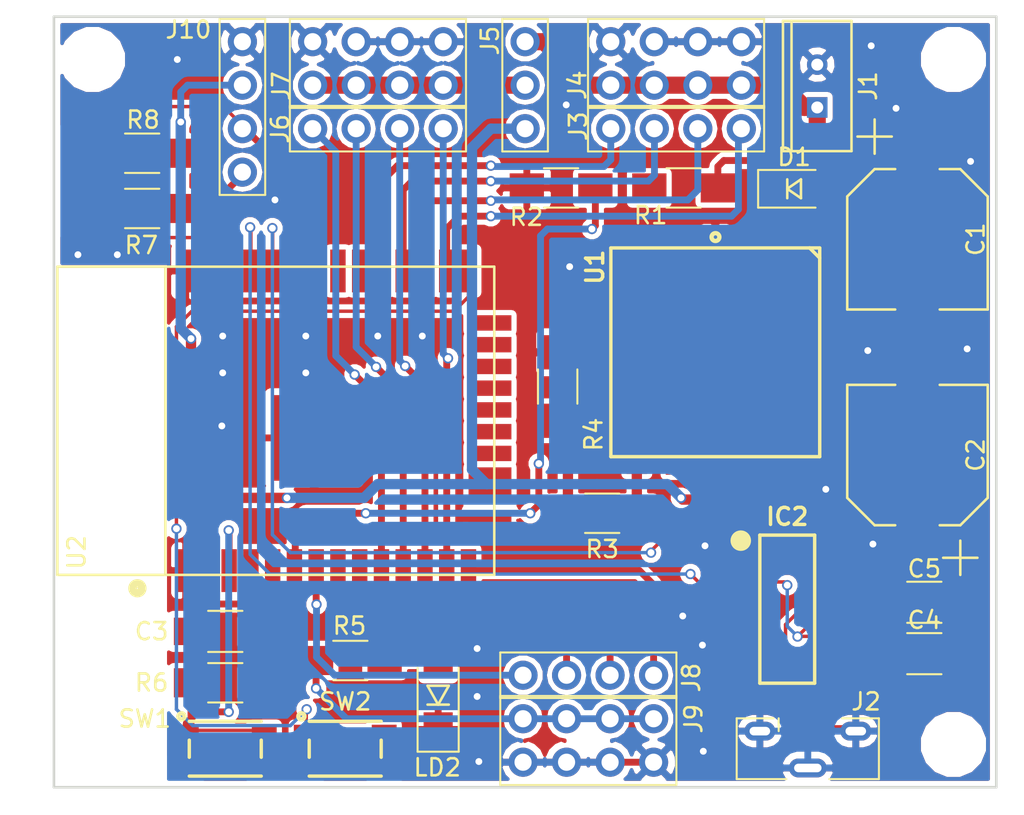
<source format=kicad_pcb>
(kicad_pcb (version 4) (host pcbnew 4.0.7)
  (layers (0 F.Cu signal) (31 B.Cu signal) (34 B.Paste user) (35 F.Paste user) (36 B.SilkS user) (37 F.SilkS user) (38 B.Mask user) (39 F.Mask user) (44 Edge.Cuts user))
  (net 0 "")
  (net 1 GND)
  (net 2 "Net-(C1-Pad1)")
  (net 3 +3V3)
  (net 4 "Net-(C4-Pad1)")
  (net 5 "Net-(C5-Pad1)")
  (net 6 +BATT)
  (net 7 /RESET)
  (net 8 /PROGRAM)
  (net 9 /TXD)
  (net 10 "Net-(IC2-Pad5)")
  (net 11 "Net-(IC2-Pad6)")
  (net 12 "Net-(IC2-Pad7)")
  (net 13 "Net-(IC2-Pad8)")
  (net 14 "Net-(IC2-Pad9)")
  (net 15 "Net-(IC2-Pad10)")
  (net 16 "Net-(IC2-Pad11)")
  (net 17 "Net-(IC2-Pad12)")
  (net 18 "Net-(IC2-Pad16)")
  (net 19 "Net-(IC2-Pad17)")
  (net 20 "Net-(IC2-Pad18)")
  (net 21 "Net-(IC2-Pad19)")
  (net 22 /RXD)
  (net 23 "Net-(J2-Pad4)")
  (net 24 /SVR3)
  (net 25 /SVR0)
  (net 26 /SVR1)
  (net 27 /SVR2)
  (net 28 "Net-(J5-Pad2)")
  (net 29 /IO3)
  (net 30 /IO0)
  (net 31 /IO1)
  (net 32 /IO2)
  (net 33 /INPUT0)
  (net 34 /INPUT1)
  (net 35 /INPUT2)
  (net 36 /BATT_CHECK)
  (net 37 "Net-(R3-Pad1)")
  (net 38 "Net-(R3-Pad2)")
  (net 39 "Net-(U1-Pad10)")
  (net 40 "Net-(U1-Pad9)")
  (net 41 "Net-(U1-Pad8)")
  (net 42 "Net-(U1-Pad12)")
  (net 43 "Net-(U1-Pad11)")
  (net 44 "Net-(U2-Pad37)")
  (net 45 /SDA)
  (net 46 "Net-(U2-Pad32)")
  (net 47 "Net-(U2-Pad31)")
  (net 48 "Net-(U2-Pad30)")
  (net 49 "Net-(U2-Pad24)")
  (net 50 "Net-(U2-Pad23)")
  (net 51 "Net-(U2-Pad22)")
  (net 52 "Net-(U2-Pad21)")
  (net 53 "Net-(U2-Pad20)")
  (net 54 "Net-(U2-Pad19)")
  (net 55 "Net-(U2-Pad18)")
  (net 56 "Net-(U2-Pad17)")
  (net 57 "Net-(U2-Pad16)")
  (net 58 "Net-(U2-Pad5)")
  (net 59 "Net-(U2-Pad4)")
  (net 60 "Net-(IC2-Pad1)")
  (net 61 "Net-(IC2-Pad2)")
  (net 62 "Net-(P1-Pad1)")
  (net 63 "Net-(P2-Pad1)")
  (net 64 /SCL)
  (net 65 /INPUT3)
  (net 66 "Net-(LD2-Pad2)")
  (module FootPrints:via (layer F.Cu) (at 41.5 38.65)
    (fp_text reference REF** hide)
    (fp_text value via hide)
    (pad 1 thru_hole circle (at 0 0) (size 0.6 0.6) (drill 0.4) (layers *.Cu) (net 1 GND))
  )
  (module FootPrints:via (layer F.Cu) (at 38.9 38.65)
    (fp_text reference REF** hide)
    (fp_text value via hide)
    (pad 1 thru_hole circle (at 0 0) (size 0.6 0.6) (drill 0.4) (layers *.Cu) (net 1 GND))
  )
  (module FootPrints:via (layer F.Cu) (at 34.7 38.65)
    (fp_text reference REF** hide)
    (fp_text value via hide)
    (pad 1 thru_hole circle (at 0 0) (size 0.6 0.6) (drill 0.4) (layers *.Cu) (net 1 GND))
  )
  (module FootPrints:via (layer F.Cu) (at 69.15 25.35)
    (fp_text reference REF** hide)
    (fp_text value via hide)
    (pad 1 thru_hole circle (at 0 0) (size 0.6 0.6) (drill 0.4) (layers *.Cu) (net 1 GND))
  )
  (module FootPrints:via (layer F.Cu) (at 21.4 33.9)
    (fp_text reference REF** hide)
    (fp_text value via hide)
    (pad 1 thru_hole circle (at 0 0) (size 0.6 0.6) (drill 0.4) (layers *.Cu) (net 1 GND))
  )
  (module FootPrints:via (layer F.Cu) (at 49.9 25.15)
    (fp_text reference REF** hide)
    (fp_text value via hide)
    (pad 1 thru_hole circle (at 0 0) (size 0.6 0.6) (drill 0.4) (layers *.Cu) (net 1 GND))
  )
  (module FootPrints:via (layer F.Cu) (at 67.8 50.8)
    (fp_text reference REF** hide)
    (fp_text value via hide)
    (pad 1 thru_hole circle (at 0 0) (size 0.6 0.6) (drill 0.4) (layers *.Cu) (net 1 GND))
  )
  (module FootPrints:via (layer F.Cu) (at 65.05 47.6)
    (fp_text reference REF** hide)
    (fp_text value via hide)
    (pad 1 thru_hole circle (at 0 0) (size 0.6 0.6) (drill 0.4) (layers *.Cu) (net 1 GND))
  )
  (module FootPrints:via (layer F.Cu) (at 57.85 56.7)
    (fp_text reference REF** hide)
    (fp_text value via hide)
    (pad 1 thru_hole circle (at 0 0) (size 0.6 0.6) (drill 0.4) (layers *.Cu) (net 1 GND))
  )
  (module FootPrints:via (layer F.Cu) (at 29.8 43.9)
    (fp_text reference REF** hide)
    (fp_text value via hide)
    (pad 1 thru_hole circle (at 0 0) (size 0.6 0.6) (drill 0.4) (layers *.Cu) (net 1 GND))
  )
  (module FootPrints:via (layer F.Cu) (at 29.85 38.65)
    (fp_text reference REF** hide)
    (fp_text value via hide)
    (pad 1 thru_hole circle (at 0 0) (size 0.6 0.6) (drill 0.4) (layers *.Cu) (net 1 GND))
  )
  (module FootPrints:via (layer F.Cu) (at 50.1 34.6)
    (fp_text reference REF** hide)
    (fp_text value via hide)
    (pad 1 thru_hole circle (at 0 0) (size 0.6 0.6) (drill 0.4) (layers *.Cu) (net 1 GND))
  )
  (module Mounting_Holes:MountingHole_3.2mm_M3 (layer F.Cu) (at 22.5 62.5)
    (fp_text reference REF** hide)
    (fp_text value MountingHole_3.2mm_M3 hide)
    (pad 1 np_thru_hole circle (at 0 0) (size 3.2 3.2) (drill 3.2) (layers *.Cu *.Mask))
  )
  (module FootPrints:SOP64P599X175-20N (layer F.Cu) (at 62.8 54.6)
    (fp_text reference IC2 (at 0 -5.4) (layer F.SilkS) (effects (font (thickness 0.2))))
    (fp_text value FT231XS-R hide)
    (pad 1 smd rect (at -2.75 -2.858 90) (size 0.43 1.6) (layers F.Cu F.Paste F.Mask) (net 60 "Net-(IC2-Pad1)"))
    (pad 2 smd rect (at -2.75 -2.223 90) (size 0.43 1.6) (layers F.Cu F.Paste F.Mask) (net 61 "Net-(IC2-Pad2)"))
    (pad 3 smd rect (at -2.75 -1.588 90) (size 0.43 1.6) (layers F.Cu F.Paste F.Mask) (net 4 "Net-(C4-Pad1)"))
    (pad 4 smd rect (at -2.75 -0.953 90) (size 0.43 1.6) (layers F.Cu F.Paste F.Mask) (net 9 /TXD))
    (pad 5 smd rect (at -2.75 -0.318 90) (size 0.43 1.6) (layers F.Cu F.Paste F.Mask) (net 10 "Net-(IC2-Pad5)"))
    (pad 6 smd rect (at -2.75 0.317 90) (size 0.43 1.6) (layers F.Cu F.Paste F.Mask) (net 11 "Net-(IC2-Pad6)"))
    (pad 7 smd rect (at -2.75 0.952 90) (size 0.43 1.6) (layers F.Cu F.Paste F.Mask) (net 12 "Net-(IC2-Pad7)"))
    (pad 8 smd rect (at -2.75 1.587 90) (size 0.43 1.6) (layers F.Cu F.Paste F.Mask) (net 13 "Net-(IC2-Pad8)"))
    (pad 9 smd rect (at -2.75 2.222 90) (size 0.43 1.6) (layers F.Cu F.Paste F.Mask) (net 14 "Net-(IC2-Pad9)"))
    (pad 10 smd rect (at -2.75 2.857 90) (size 0.43 1.6) (layers F.Cu F.Paste F.Mask) (net 15 "Net-(IC2-Pad10)"))
    (pad 11 smd rect (at 2.75 2.857 90) (size 0.43 1.6) (layers F.Cu F.Paste F.Mask) (net 16 "Net-(IC2-Pad11)"))
    (pad 12 smd rect (at 2.75 2.222 90) (size 0.43 1.6) (layers F.Cu F.Paste F.Mask) (net 17 "Net-(IC2-Pad12)"))
    (pad 13 smd rect (at 2.75 1.587 90) (size 0.43 1.6) (layers F.Cu F.Paste F.Mask) (net 4 "Net-(C4-Pad1)"))
    (pad 14 smd rect (at 2.75 0.952 90) (size 0.43 1.6) (layers F.Cu F.Paste F.Mask) (net 4 "Net-(C4-Pad1)"))
    (pad 15 smd rect (at 2.75 0.317 90) (size 0.43 1.6) (layers F.Cu F.Paste F.Mask) (net 5 "Net-(C5-Pad1)"))
    (pad 16 smd rect (at 2.75 -0.318 90) (size 0.43 1.6) (layers F.Cu F.Paste F.Mask) (net 18 "Net-(IC2-Pad16)"))
    (pad 17 smd rect (at 2.75 -0.953 90) (size 0.43 1.6) (layers F.Cu F.Paste F.Mask) (net 19 "Net-(IC2-Pad17)"))
    (pad 18 smd rect (at 2.75 -1.588 90) (size 0.43 1.6) (layers F.Cu F.Paste F.Mask) (net 20 "Net-(IC2-Pad18)"))
    (pad 19 smd rect (at 2.75 -2.223 90) (size 0.43 1.6) (layers F.Cu F.Paste F.Mask) (net 21 "Net-(IC2-Pad19)"))
    (pad 20 smd rect (at 2.75 -2.858 90) (size 0.43 1.6) (layers F.Cu F.Paste F.Mask) (net 22 /RXD))
  )
  (module FootPrints:via (layer F.Cu) (at 32.9 30.7)
    (fp_text reference REF** hide)
    (fp_text value via hide)
    (pad 1 thru_hole circle (at 0 0) (size 0.6 0.6) (drill 0.4) (layers *.Cu) (net 1 GND))
  )
  (module FootPrints:via (layer F.Cu) (at 67.7 21.7)
    (fp_text reference REF** hide)
    (fp_text value via hide)
    (pad 1 thru_hole circle (at 0 0) (size 0.6 0.6) (drill 0.4) (layers *.Cu) (net 1 GND))
  )
  (module FootPrints:via (layer F.Cu) (at 73.5 28.45)
    (fp_text reference REF** hide)
    (fp_text value via hide)
    (pad 1 thru_hole circle (at 0 0) (size 0.6 0.6) (drill 0.4) (layers *.Cu) (net 1 GND))
  )
  (module FootPrints:via (layer F.Cu) (at 67.5 39.5)
    (fp_text reference REF** hide)
    (fp_text value via hide)
    (pad 1 thru_hole circle (at 0 0) (size 0.6 0.6) (drill 0.4) (layers *.Cu) (net 1 GND))
  )
  (module FootPrints:via (layer F.Cu) (at 73.3 39.4)
    (fp_text reference REF** hide)
    (fp_text value via hide)
    (pad 1 thru_hole circle (at 0 0) (size 0.6 0.6) (drill 0.4) (layers *.Cu) (net 1 GND))
  )
  (module FootPrints:via (layer F.Cu) (at 58 50.9)
    (fp_text reference REF** hide)
    (fp_text value via hide)
    (pad 1 thru_hole circle (at 0 0) (size 0.6 0.6) (drill 0.4) (layers *.Cu) (net 1 GND))
  )
  (module FootPrints:via (layer F.Cu) (at 56.7 55)
    (fp_text reference REF** hide)
    (fp_text value via hide)
    (pad 1 thru_hole circle (at 0 0) (size 0.6 0.6) (drill 0.4) (layers *.Cu) (net 1 GND))
  )
  (module FootPrints:via (layer F.Cu) (at 57.9 62.9)
    (fp_text reference REF** hide)
    (fp_text value via hide)
    (pad 1 thru_hole circle (at 0 0) (size 0.6 0.6) (drill 0.4) (layers *.Cu) (net 1 GND))
  )
  (module FootPrints:via (layer F.Cu) (at 44.8 63.5)
    (fp_text reference REF** hide)
    (fp_text value via hide)
    (pad 1 thru_hole circle (at 0 0) (size 0.6 0.6) (drill 0.4) (layers *.Cu) (net 1 GND))
  )
  (module FootPrints:via (layer F.Cu) (at 44.7 59.7)
    (fp_text reference REF** hide)
    (fp_text value via hide)
    (pad 1 thru_hole circle (at 0 0) (size 0.6 0.6) (drill 0.4) (layers *.Cu) (net 1 GND))
  )
  (module FootPrints:via (layer F.Cu) (at 44.7 56.9)
    (fp_text reference REF** hide)
    (fp_text value via hide)
    (pad 1 thru_hole circle (at 0 0) (size 0.6 0.6) (drill 0.4) (layers *.Cu) (net 1 GND))
  )
  (module FootPrints:via (layer F.Cu) (at 34.7 40.8)
    (fp_text reference REF** hide)
    (fp_text value via hide)
    (pad 1 thru_hole circle (at 0 0) (size 0.6 0.6) (drill 0.4) (layers *.Cu) (net 1 GND))
  )
  (module FootPrints:via (layer F.Cu) (at 29.85 40.8)
    (fp_text reference REF** hide)
    (fp_text value via hide)
    (pad 1 thru_hole circle (at 0 0) (size 0.6 0.6) (drill 0.4) (layers *.Cu) (net 1 GND))
  )
  (module FootPrints:via (layer F.Cu) (at 27.2 22.5)
    (fp_text reference REF** hide)
    (fp_text value via hide)
    (pad 1 thru_hole circle (at 0 0) (size 0.6 0.6) (drill 0.4) (layers *.Cu) (net 1 GND))
  )
  (module Mounting_Holes:MountingHole_3.2mm_M3 (layer F.Cu) (at 22.25 22.5)
    (fp_text reference REF** hide)
    (fp_text value MountingHole_3.2mm_M3 hide)
    (pad 1 np_thru_hole circle (at 0 0) (size 3.2 3.2) (drill 3.2) (layers *.Cu *.Mask))
  )
  (module FootPrints:EH-2P (layer F.Cu) (at 64.55 24.05 90)
    (fp_text reference J1 (at 0 2.97 90) (layer F.SilkS))
    (fp_text value Conn_01x02 hide)
    (pad 2 thru_hole circle (at 1.25 0 90) (size 1.2 1.2) (drill 0.7) (layers *.Cu *.Mask) (net 1 GND))
    (pad 1 thru_hole rect (at -1.25 0 90) (size 1.2 1.2) (drill 0.7) (layers *.Cu *.Mask) (net 6 +BATT))
  )
  (module FootPrints:D_SOD-323_HandSoldering (layer F.Cu) (at 63.2 30.05)
    (fp_text reference D1 (at 0 -1.85) (layer F.SilkS))
    (fp_text value D hide)
    (pad 1 smd rect (at -1.3 0) (size 1.1 1) (layers F.Cu F.Paste F.Mask) (net 2 "Net-(C1-Pad1)"))
    (pad 2 smd rect (at 1.3 0) (size 1.1 1) (layers F.Cu F.Paste F.Mask) (net 6 +BATT))
  )
  (module Mounting_Holes:MountingHole_3.2mm_M3 (layer F.Cu) (at 72.5 62.5)
    (fp_text reference REF** hide)
    (fp_text value MountingHole_3.2mm_M3 hide)
    (pad 1 np_thru_hole circle (at 0 0) (size 3.2 3.2) (drill 3.2) (layers *.Cu *.Mask))
  )
  (module FootPrints:elecon_8x10_5 (layer F.Cu) (at 70.4 33 270)
    (fp_text reference C1 (at 0 -3.4 270) (layer F.SilkS))
    (fp_text value CP)
    (pad 2 smd rect (at 3.7 0 270) (size 4.5 2.1) (layers F.Cu F.Paste F.Mask) (net 1 GND))
    (pad 1 smd rect (at -3.7 0 270) (size 4.5 2.1) (layers F.Cu F.Paste F.Mask) (net 2 "Net-(C1-Pad1)"))
  )
  (module FootPrints:elecon_8x10_5 (layer F.Cu) (at 70.4 45.6 90)
    (fp_text reference C2 (at 0 3.4 90) (layer F.SilkS))
    (fp_text value CP)
    (pad 2 smd rect (at 3.7 0 90) (size 4.5 2.1) (layers F.Cu F.Paste F.Mask) (net 1 GND))
    (pad 1 smd rect (at -3.7 0 90) (size 4.5 2.1) (layers F.Cu F.Paste F.Mask) (net 3 +3V3))
  )
  (module FootPrints:C_1206_HandSoldering (layer F.Cu) (at 30 55.9 180)
    (fp_text reference C3 (at 4.3 0 180) (layer F.SilkS))
    (fp_text value 0.1u hide)
    (pad 1 smd rect (at -2 0 180) (size 2 1.6) (layers F.Cu F.Paste F.Mask) (net 3 +3V3))
    (pad 2 smd rect (at 2 0 180) (size 2 1.6) (layers F.Cu F.Paste F.Mask) (net 1 GND))
  )
  (module FootPrints:C_1206_HandSoldering (layer F.Cu) (at 70.8 57.2)
    (fp_text reference C4 (at 0 -1.96) (layer F.SilkS))
    (fp_text value 0.1u hide)
    (pad 1 smd rect (at -2 0) (size 2 1.6) (layers F.Cu F.Paste F.Mask) (net 4 "Net-(C4-Pad1)"))
    (pad 2 smd rect (at 2 0) (size 2 1.6) (layers F.Cu F.Paste F.Mask) (net 1 GND))
  )
  (module FootPrints:C_1206_HandSoldering (layer F.Cu) (at 70.8 54.2)
    (fp_text reference C5 (at 0 -1.96) (layer F.SilkS))
    (fp_text value 0.1u hide)
    (pad 1 smd rect (at -2 0) (size 2 1.6) (layers F.Cu F.Paste F.Mask) (net 5 "Net-(C5-Pad1)"))
    (pad 2 smd rect (at 2 0) (size 2 1.6) (layers F.Cu F.Paste F.Mask) (net 1 GND))
  )
  (module FootPrints:USB_Micro-B_Molex-105133-0001 (layer F.Cu) (at 64 62.8)
    (fp_text reference J2 (at 3.4 -2.8) (layer F.SilkS))
    (fp_text value USB_B_Micro)
    (pad 3 smd rect (at 0 -1.225) (size 0.45 2.3) (layers F.Cu F.Paste F.Mask) (net 16 "Net-(IC2-Pad11)"))
    (pad 4 smd rect (at 0.65 -1.225) (size 0.45 2.3) (layers F.Cu F.Paste F.Mask) (net 23 "Net-(J2-Pad4)"))
    (pad 2 smd rect (at -0.65 -1.225) (size 0.45 2.3) (layers F.Cu F.Paste F.Mask) (net 17 "Net-(IC2-Pad12)"))
    (pad 5 smd rect (at 1.3 -1.225) (size 0.45 2.3) (layers F.Cu F.Paste F.Mask) (net 1 GND))
    (pad 1 smd rect (at -1.3 -1.225) (size 0.45 2.3) (layers F.Cu F.Paste F.Mask) (net 5 "Net-(C5-Pad1)"))
    (pad 6 thru_hole oval (at -2.8 -1.075) (size 1.8 1.1) (drill oval 1.2 0.5) (layers *.Cu *.Mask) (net 1 GND))
    (pad 6 thru_hole oval (at 2.8 -1.075) (size 1.8 1.1) (drill oval 1.2 0.5) (layers *.Cu *.Mask) (net 1 GND))
    (pad 6 thru_hole oval (at 0 1.075) (size 2.2 1.1) (drill oval 1.6 0.5) (layers *.Cu *.Mask) (net 1 GND))
  )
  (module FootPrints:PinHeader01x04 (layer F.Cu) (at 52.5 26.54 90)
    (fp_text reference J3 (at 0.14 -1.9 90) (layer F.SilkS))
    (fp_text value Conn_01x04 hide)
    (pad 4 thru_hole oval (at 0 7.62 90) (size 1.7 1.7) (drill 1) (layers *.Cu *.Mask) (net 24 /SVR3))
    (pad 1 thru_hole circle (at 0 0 90) (size 1.7 1.7) (drill 1) (layers *.Cu *.Mask) (net 25 /SVR0))
    (pad 2 thru_hole oval (at 0 2.54 90) (size 1.7 1.7) (drill 1) (layers *.Cu *.Mask) (net 26 /SVR1))
    (pad 3 thru_hole oval (at 0 5.08 90) (size 1.7 1.7) (drill 1) (layers *.Cu *.Mask) (net 27 /SVR2))
  )
  (module FootPrints:PinHeader02x04 (layer F.Cu) (at 52.5 24 90)
    (fp_text reference J4 (at 0 -1.95 90) (layer F.SilkS))
    (fp_text value Conn_02x04_Odd_Even hide)
    (pad 8 thru_hole oval (at 2.54 7.62 90) (size 1.7 1.7) (drill 1) (layers *.Cu *.Mask) (net 1 GND))
    (pad 7 thru_hole oval (at 0 7.62 90) (size 1.7 1.7) (drill 1) (layers *.Cu *.Mask) (net 6 +BATT))
    (pad 6 thru_hole oval (at 2.54 5.08 90) (size 1.7 1.7) (drill 1) (layers *.Cu *.Mask) (net 1 GND))
    (pad 2 thru_hole circle (at 2.54 0 90) (size 1.7 1.7) (drill 1) (layers *.Cu *.Mask) (net 1 GND))
    (pad 4 thru_hole oval (at 2.54 2.54 90) (size 1.7 1.7) (drill 1) (layers *.Cu *.Mask) (net 1 GND))
    (pad 1 thru_hole circle (at 0 0 90) (size 1.7 1.7) (drill 1) (layers *.Cu *.Mask) (net 6 +BATT))
    (pad 3 thru_hole oval (at 0 2.54 90) (size 1.7 1.7) (drill 1) (layers *.Cu *.Mask) (net 6 +BATT))
    (pad 5 thru_hole oval (at 0 5.08 90) (size 1.7 1.7) (drill 1) (layers *.Cu *.Mask) (net 6 +BATT))
  )
  (module FootPrints:PinHeader01x03 (layer F.Cu) (at 47.5 21.46)
    (fp_text reference J5 (at -2.05 -0.06 90) (layer F.SilkS))
    (fp_text value Conn_01x03 hide)
    (pad 1 thru_hole circle (at 0 0) (size 1.7 1.7) (drill 1) (layers *.Cu *.Mask) (net 6 +BATT))
    (pad 2 thru_hole oval (at 0 2.54) (size 1.7 1.7) (drill 1) (layers *.Cu *.Mask) (net 28 "Net-(J5-Pad2)"))
    (pad 3 thru_hole oval (at 0 5.08) (size 1.7 1.7) (drill 1) (layers *.Cu *.Mask) (net 3 +3V3))
  )
  (module FootPrints:PinHeader01x04 (layer F.Cu) (at 35.1 26.54 90)
    (fp_text reference J6 (at -0.01 -1.9 90) (layer F.SilkS))
    (fp_text value Conn_01x04 hide)
    (pad 4 thru_hole oval (at 0 7.62 90) (size 1.7 1.7) (drill 1) (layers *.Cu *.Mask) (net 29 /IO3))
    (pad 1 thru_hole circle (at 0 0 90) (size 1.7 1.7) (drill 1) (layers *.Cu *.Mask) (net 30 /IO0))
    (pad 2 thru_hole oval (at 0 2.54 90) (size 1.7 1.7) (drill 1) (layers *.Cu *.Mask) (net 31 /IO1))
    (pad 3 thru_hole oval (at 0 5.08 90) (size 1.7 1.7) (drill 1) (layers *.Cu *.Mask) (net 32 /IO2))
  )
  (module FootPrints:PinHeader02x04 (layer F.Cu) (at 35.1 24 90)
    (fp_text reference J7 (at -0.05 -1.825 90) (layer F.SilkS))
    (fp_text value Conn_02x04_Odd_Even hide)
    (pad 8 thru_hole oval (at 2.54 7.62 90) (size 1.7 1.7) (drill 1) (layers *.Cu *.Mask) (net 1 GND))
    (pad 7 thru_hole oval (at 0 7.62 90) (size 1.7 1.7) (drill 1) (layers *.Cu *.Mask) (net 28 "Net-(J5-Pad2)"))
    (pad 6 thru_hole oval (at 2.54 5.08 90) (size 1.7 1.7) (drill 1) (layers *.Cu *.Mask) (net 1 GND))
    (pad 2 thru_hole circle (at 2.54 0 90) (size 1.7 1.7) (drill 1) (layers *.Cu *.Mask) (net 1 GND))
    (pad 4 thru_hole oval (at 2.54 2.54 90) (size 1.7 1.7) (drill 1) (layers *.Cu *.Mask) (net 1 GND))
    (pad 1 thru_hole circle (at 0 0 90) (size 1.7 1.7) (drill 1) (layers *.Cu *.Mask) (net 28 "Net-(J5-Pad2)"))
    (pad 3 thru_hole oval (at 0 2.54 90) (size 1.7 1.7) (drill 1) (layers *.Cu *.Mask) (net 28 "Net-(J5-Pad2)"))
    (pad 5 thru_hole oval (at 0 5.08 90) (size 1.7 1.7) (drill 1) (layers *.Cu *.Mask) (net 28 "Net-(J5-Pad2)"))
  )
  (module FootPrints:R_1206_HandSoldering (layer F.Cu) (at 56.75 30)
    (fp_text reference R1 (at -1.925 1.6) (layer F.SilkS))
    (fp_text value 20K hide)
    (pad 1 smd rect (at -2 0) (size 2 1.7) (layers F.Cu F.Paste F.Mask) (net 36 /BATT_CHECK))
    (pad 2 smd rect (at 2 0) (size 2 1.7) (layers F.Cu F.Paste F.Mask) (net 6 +BATT))
  )
  (module FootPrints:R_1206_HandSoldering (layer F.Cu) (at 49.6 30 180)
    (fp_text reference R2 (at 2.025 -1.7 180) (layer F.SilkS))
    (fp_text value 10K hide)
    (pad 1 smd rect (at -2 0 180) (size 2 1.7) (layers F.Cu F.Paste F.Mask) (net 36 /BATT_CHECK))
    (pad 2 smd rect (at 2 0 180) (size 2 1.7) (layers F.Cu F.Paste F.Mask) (net 1 GND))
  )
  (module FootPrints:R_1206_HandSoldering (layer F.Cu) (at 52 49 180)
    (fp_text reference R3 (at 0 -2.1 180) (layer F.SilkS))
    (fp_text value 1.5K hide)
    (pad 1 smd rect (at -2 0 180) (size 2 1.7) (layers F.Cu F.Paste F.Mask) (net 37 "Net-(R3-Pad1)"))
    (pad 2 smd rect (at 2 0 180) (size 2 1.7) (layers F.Cu F.Paste F.Mask) (net 38 "Net-(R3-Pad2)"))
  )
  (module FootPrints:R_1206_HandSoldering (layer F.Cu) (at 49.4 41.6 90)
    (fp_text reference R4 (at -2.8 2.1 90) (layer F.SilkS))
    (fp_text value 680 hide)
    (pad 1 smd rect (at -2 0 90) (size 2 1.7) (layers F.Cu F.Paste F.Mask) (net 38 "Net-(R3-Pad2)"))
    (pad 2 smd rect (at 2 0 90) (size 2 1.7) (layers F.Cu F.Paste F.Mask) (net 1 GND))
  )
  (module FootPrints:R_1206_HandSoldering (layer F.Cu) (at 25.15 31.2 180)
    (fp_text reference R7 (at 0.05 -2.15 180) (layer F.SilkS))
    (fp_text value R hide)
    (pad 1 smd rect (at -2 0 180) (size 2 1.7) (layers F.Cu F.Paste F.Mask) (net 3 +3V3))
    (pad 2 smd rect (at 2 0 180) (size 2 1.7) (layers F.Cu F.Paste F.Mask) (net 62 "Net-(P1-Pad1)"))
  )
  (module FootPrints:R_1206_HandSoldering (layer F.Cu) (at 25.15 27.975 180)
    (fp_text reference R8 (at -0.05 1.95 180) (layer F.SilkS))
    (fp_text value R hide)
    (pad 1 smd rect (at -2 0 180) (size 2 1.7) (layers F.Cu F.Paste F.Mask) (net 3 +3V3))
    (pad 2 smd rect (at 2 0 180) (size 2 1.7) (layers F.Cu F.Paste F.Mask) (net 63 "Net-(P2-Pad1)"))
  )
  (module "FootPrints:SMT(4.2X3.2)" (layer F.Cu) (at 30 62.75)
    (fp_text reference SW1 (at -4.7 -1.75) (layer F.SilkS))
    (fp_text value SKRPACE010 hide)
    (pad 1 smd rect (at -2.275 -1.075 90) (size 0.65 1.45) (layers F.Cu F.Paste F.Mask) (net 7 /RESET))
    (pad 2 smd rect (at 2.275 -1.075 90) (size 0.65 1.45) (layers F.Cu F.Paste F.Mask) (net 7 /RESET))
    (pad 3 smd rect (at -2.275 1.075 90) (size 0.65 1.45) (layers F.Cu F.Paste F.Mask) (net 1 GND))
    (pad 4 smd rect (at 2.275 1.075 90) (size 0.65 1.45) (layers F.Cu F.Paste F.Mask) (net 1 GND))
  )
  (module "FootPrints:SMT(4.2X3.2)" (layer F.Cu) (at 37 62.75)
    (fp_text reference SW2 (at 0 -2.75) (layer F.SilkS))
    (fp_text value SKRPACE010 hide)
    (pad 1 smd rect (at -2.275 -1.075 90) (size 0.65 1.45) (layers F.Cu F.Paste F.Mask) (net 8 /PROGRAM))
    (pad 2 smd rect (at 2.275 -1.075 90) (size 0.65 1.45) (layers F.Cu F.Paste F.Mask) (net 8 /PROGRAM))
    (pad 3 smd rect (at -2.275 1.075 90) (size 0.65 1.45) (layers F.Cu F.Paste F.Mask) (net 1 GND))
    (pad 4 smd rect (at 2.275 1.075 90) (size 0.65 1.45) (layers F.Cu F.Paste F.Mask) (net 1 GND))
  )
  (module FootPrints:OKL-T3-W12 (layer F.Cu) (at 58.6 39.6 270)
    (fp_text reference U1 (at -4.975 7.025 270) (layer F.SilkS) (effects (font (thickness 0.2))))
    (fp_text value OKL-T_3-W12N-C hide)
    (pad 1 smd rect (at -5.6 0 270) (size 3 1.2) (layers F.Cu F.Paste F.Mask) (net 1 GND))
    (pad 10 smd rect (at -5.6 2.29 270) (size 3 1.2) (layers F.Cu F.Paste F.Mask) (net 39 "Net-(U1-Pad10)"))
    (pad 9 smd rect (at -5.6 4.58 270) (size 3 1.2) (layers F.Cu F.Paste F.Mask) (net 40 "Net-(U1-Pad9)"))
    (pad 8 smd rect (at -2.29 5.48) (size 3 1.2) (layers F.Cu F.Paste F.Mask) (net 41 "Net-(U1-Pad8)"))
    (pad 7 smd rect (at 0 5.48) (size 3 1.2) (layers F.Cu F.Paste F.Mask) (net 1 GND))
    (pad 12 smd rect (at 2.29 5.48) (size 3 1.2) (layers F.Cu F.Paste F.Mask) (net 42 "Net-(U1-Pad12)"))
    (pad 6 smd rect (at 5.6 4.58 270) (size 3 1.2) (layers F.Cu F.Paste F.Mask) (net 37 "Net-(R3-Pad1)"))
    (pad 5 smd rect (at 5.6 0 270) (size 3 1.2) (layers F.Cu F.Paste F.Mask) (net 3 +3V3))
    (pad 3 smd rect (at 2.29 -5.61) (size 3 1.2) (layers F.Cu F.Paste F.Mask) (net 1 GND))
    (pad 3 smd rect (at 0 -5.61) (size 3 1.2) (layers F.Cu F.Paste F.Mask) (net 1 GND))
    (pad 2 smd rect (at -2.29 -5.61) (size 3 1.2) (layers F.Cu F.Paste F.Mask) (net 2 "Net-(C1-Pad1)"))
    (pad 4 smd rect (at 5.6 -4.58 270) (size 3 1.2) (layers F.Cu F.Paste F.Mask) (net 3 +3V3))
    (pad 1 smd rect (at -4.57 0) (size 1.15 1.15) (layers F.Cu F.Paste F.Mask) (net 1 GND))
    (pad 2 smd rect (at -3.43 -4.58) (size 1.8 4.08) (layers F.Cu F.Paste F.Mask) (net 2 "Net-(C1-Pad1)"))
    (pad 3 smd rect (at 1.14 -4.58) (size 1.8 4.08) (layers F.Cu F.Paste F.Mask) (net 1 GND))
    (pad 4 smd rect (at 4.57 -3.44 270) (size 1.8 4.08) (layers F.Cu F.Paste F.Mask) (net 3 +3V3))
    (pad 5 smd rect (at 4.57 0) (size 1.15 1.15) (layers F.Cu F.Paste F.Mask) (net 3 +3V3))
    (pad 6 smd rect (at 4.57 4.58) (size 1.15 1.15) (layers F.Cu F.Paste F.Mask) (net 37 "Net-(R3-Pad1)"))
    (pad 7 smd rect (at 0 4.58) (size 1.15 1.15) (layers F.Cu F.Paste F.Mask) (net 1 GND))
    (pad 8 smd rect (at -2.29 4.58) (size 1.15 1.15) (layers F.Cu F.Paste F.Mask) (net 41 "Net-(U1-Pad8)"))
    (pad 9 smd rect (at -4.57 4.58) (size 1.15 1.15) (layers F.Cu F.Paste F.Mask) (net 40 "Net-(U1-Pad9)"))
    (pad 10 smd rect (at -4.57 2.29) (size 1.15 1.15) (layers F.Cu F.Paste F.Mask) (net 39 "Net-(U1-Pad10)"))
    (pad 11 smd rect (at 4.57 2.29) (size 1.15 1.15) (layers F.Cu F.Paste F.Mask) (net 43 "Net-(U1-Pad11)"))
    (pad 12 smd rect (at 2.29 4.58) (size 1.15 1.15) (layers F.Cu F.Paste F.Mask) (net 42 "Net-(U1-Pad12)"))
    (pad 2 smd rect (at -5.6 -4.58 270) (size 3 1.2) (layers F.Cu F.Paste F.Mask) (net 2 "Net-(C1-Pad1)"))
    (pad 11 smd rect (at 6.4 2.29 270) (size 1.5 1.2) (layers F.Cu F.Paste F.Mask) (net 43 "Net-(U1-Pad11)"))
  )
  (module FootPrints:ESP-WROOM-32 (layer F.Cu) (at 33.7 43.6 90)
    (fp_text reference U2 (at -7.675 -12.375 270) (layer F.SilkS))
    (fp_text value ESP-WROOM-32)
    (pad 38 smd rect (at 8.75 -6.01 270) (size 2.5 0.9) (layers F.Cu F.Paste F.Mask) (net 1 GND))
    (pad 37 smd rect (at 8.75 -4.74 270) (size 2.5 0.9) (layers F.Cu F.Paste F.Mask) (net 44 "Net-(U2-Pad37)"))
    (pad 36 smd rect (at 8.75 -3.475 270) (size 2.5 0.9) (layers F.Cu F.Paste F.Mask) (net 64 /SCL))
    (pad 35 smd rect (at 8.75 -2.205 270) (size 2.5 0.9) (layers F.Cu F.Paste F.Mask) (net 9 /TXD))
    (pad 34 smd rect (at 8.75 -0.935 270) (size 2.5 0.9) (layers F.Cu F.Paste F.Mask) (net 22 /RXD))
    (pad 33 smd rect (at 8.75 0.335 270) (size 2.5 0.9) (layers F.Cu F.Paste F.Mask) (net 45 /SDA))
    (pad 32 smd rect (at 8.75 1.605 270) (size 2.5 0.9) (layers F.Cu F.Paste F.Mask) (net 46 "Net-(U2-Pad32)"))
    (pad 31 smd rect (at 8.75 2.875 270) (size 2.5 0.9) (layers F.Cu F.Paste F.Mask) (net 47 "Net-(U2-Pad31)"))
    (pad 30 smd rect (at 8.75 4.145 270) (size 2.5 0.9) (layers F.Cu F.Paste F.Mask) (net 48 "Net-(U2-Pad30)"))
    (pad 29 smd rect (at 8.75 5.415 270) (size 2.5 0.9) (layers F.Cu F.Paste F.Mask) (net 25 /SVR0))
    (pad 28 smd rect (at 8.75 6.685 270) (size 2.5 0.9) (layers F.Cu F.Paste F.Mask) (net 26 /SVR1))
    (pad 27 smd rect (at 8.75 7.955 270) (size 2.5 0.9) (layers F.Cu F.Paste F.Mask) (net 27 /SVR2))
    (pad 26 smd rect (at 8.75 9.225 270) (size 2.5 0.9) (layers F.Cu F.Paste F.Mask) (net 24 /SVR3))
    (pad 25 smd rect (at 8.75 10.495 270) (size 2.5 0.9) (layers F.Cu F.Paste F.Mask) (net 8 /PROGRAM))
    (pad 24 smd rect (at 5.715 11.75 270) (size 0.9 2.5) (layers F.Cu F.Paste F.Mask) (net 49 "Net-(U2-Pad24)"))
    (pad 23 smd rect (at 4.445 11.75 270) (size 0.9 2.5) (layers F.Cu F.Paste F.Mask) (net 50 "Net-(U2-Pad23)"))
    (pad 22 smd rect (at 3.175 11.75 270) (size 0.9 2.5) (layers F.Cu F.Paste F.Mask) (net 51 "Net-(U2-Pad22)"))
    (pad 21 smd rect (at 1.905 11.75 270) (size 0.9 2.5) (layers F.Cu F.Paste F.Mask) (net 52 "Net-(U2-Pad21)"))
    (pad 20 smd rect (at 0.635 11.75 270) (size 0.9 2.5) (layers F.Cu F.Paste F.Mask) (net 53 "Net-(U2-Pad20)"))
    (pad 19 smd rect (at -0.635 11.75 270) (size 0.9 2.5) (layers F.Cu F.Paste F.Mask) (net 54 "Net-(U2-Pad19)"))
    (pad 18 smd rect (at -1.905 11.75 270) (size 0.9 2.5) (layers F.Cu F.Paste F.Mask) (net 55 "Net-(U2-Pad18)"))
    (pad 17 smd rect (at -3.17 11.75 270) (size 0.9 2.5) (layers F.Cu F.Paste F.Mask) (net 56 "Net-(U2-Pad17)"))
    (pad 16 smd rect (at -4.445 11.75 270) (size 0.9 2.5) (layers F.Cu F.Paste F.Mask) (net 57 "Net-(U2-Pad16)"))
    (pad 15 smd rect (at -5.715 11.75 270) (size 0.9 2.5) (layers F.Cu F.Paste F.Mask) (net 1 GND))
    (pad 14 smd rect (at -8.75 10.495 270) (size 2.5 0.9) (layers F.Cu F.Paste F.Mask) (net 65 /INPUT3))
    (pad 13 smd rect (at -8.75 9.225 270) (size 2.5 0.9) (layers F.Cu F.Paste F.Mask) (net 29 /IO3))
    (pad 12 smd rect (at -8.75 7.955 270) (size 2.5 0.9) (layers F.Cu F.Paste F.Mask) (net 32 /IO2))
    (pad 11 smd rect (at -8.75 6.685 270) (size 2.5 0.9) (layers F.Cu F.Paste F.Mask) (net 31 /IO1))
    (pad 10 smd rect (at -8.75 5.415 270) (size 2.5 0.9) (layers F.Cu F.Paste F.Mask) (net 30 /IO0))
    (pad 9 smd rect (at -8.75 4.145 270) (size 2.5 0.9) (layers F.Cu F.Paste F.Mask) (net 35 /INPUT2))
    (pad 8 smd rect (at -8.75 2.875 270) (size 2.5 0.9) (layers F.Cu F.Paste F.Mask) (net 34 /INPUT1))
    (pad 7 smd rect (at -8.75 1.605 270) (size 2.5 0.9) (layers F.Cu F.Paste F.Mask) (net 33 /INPUT0))
    (pad 6 smd rect (at -8.75 0.335 270) (size 2.5 0.9) (layers F.Cu F.Paste F.Mask) (net 36 /BATT_CHECK))
    (pad 5 smd rect (at -8.75 -0.935 270) (size 2.5 0.9) (layers F.Cu F.Paste F.Mask) (net 58 "Net-(U2-Pad5)"))
    (pad 4 smd rect (at -8.75 -2.205 270) (size 2.5 0.9) (layers F.Cu F.Paste F.Mask) (net 59 "Net-(U2-Pad4)"))
    (pad 3 smd rect (at -8.75 -3.475 270) (size 2.5 0.9) (layers F.Cu F.Paste F.Mask) (net 7 /RESET))
    (pad 2 smd rect (at -8.75 -4.74 270) (size 2.5 0.9) (layers F.Cu F.Paste F.Mask) (net 3 +3V3))
    (pad 1 smd rect (at -8.75 -6.01 270) (size 2.5 0.9) (layers F.Cu F.Paste F.Mask) (net 1 GND))
    (pad 39 smd rect (at -1 1.49 270) (size 5 5) (layers F.Cu F.Paste F.Mask) (net 1 GND))
  )
  (module Mounting_Holes:MountingHole_3.2mm_M3 (layer F.Cu) (at 72.5 22.5)
    (fp_text reference REF** hide)
    (fp_text value MountingHole_3.2mm_M3 hide)
    (pad 1 np_thru_hole circle (at 0 0) (size 3.2 3.2) (drill 3.2) (layers *.Cu *.Mask))
  )
  (module FootPrints:PinHeader01x04 (layer F.Cu) (at 31 21.46)
    (fp_text reference J10 (at -3.15 -0.7) (layer F.SilkS))
    (fp_text value Conn_01x04 hide)
    (pad 4 thru_hole oval (at 0 7.62) (size 1.7 1.7) (drill 1) (layers *.Cu *.Mask) (net 64 /SCL))
    (pad 1 thru_hole circle (at 0 0) (size 1.7 1.7) (drill 1) (layers *.Cu *.Mask) (net 1 GND))
    (pad 2 thru_hole oval (at 0 2.54) (size 1.7 1.7) (drill 1) (layers *.Cu *.Mask) (net 3 +3V3))
    (pad 3 thru_hole oval (at 0 5.08) (size 1.7 1.7) (drill 1) (layers *.Cu *.Mask) (net 45 /SDA))
  )
  (module FootPrints:PAD (layer F.Cu) (at 20.85 31.2 180)
    (fp_text reference P1 hide)
    (fp_text value PAD hide)
    (pad 2 smd rect (at 0.25 0 180) (size 0.3 0.5) (layers F.Cu F.Paste F.Mask) (net 64 /SCL))
    (pad 1 smd rect (at -0.25 0 180) (size 0.3 0.5) (layers F.Cu F.Paste F.Mask) (net 62 "Net-(P1-Pad1)"))
  )
  (module FootPrints:PAD (layer F.Cu) (at 20.8 27.95 180)
    (fp_text reference P2 hide)
    (fp_text value PAD hide)
    (pad 2 smd rect (at 0.25 0 180) (size 0.3 0.5) (layers F.Cu F.Paste F.Mask) (net 45 /SDA))
    (pad 1 smd rect (at -0.25 0 180) (size 0.3 0.5) (layers F.Cu F.Paste F.Mask) (net 63 "Net-(P2-Pad1)"))
  )
  (module FootPrints:PinHeader01x04 (layer F.Cu) (at 47.38 58.46 90)
    (fp_text reference J8 (at -0.14 9.82 90) (layer F.SilkS))
    (fp_text value Conn_01x04 hide)
    (pad 4 thru_hole oval (at 0 7.62 90) (size 1.7 1.7) (drill 1) (layers *.Cu *.Mask) (net 65 /INPUT3))
    (pad 1 thru_hole circle (at 0 0 90) (size 1.7 1.7) (drill 1) (layers *.Cu *.Mask) (net 33 /INPUT0))
    (pad 2 thru_hole oval (at 0 2.54 90) (size 1.7 1.7) (drill 1) (layers *.Cu *.Mask) (net 34 /INPUT1))
    (pad 3 thru_hole oval (at 0 5.08 90) (size 1.7 1.7) (drill 1) (layers *.Cu *.Mask) (net 35 /INPUT2))
  )
  (module FootPrints:PinHeader02x04 (layer F.Cu) (at 55 61 270)
    (fp_text reference J9 (at 0 -2.33 270) (layer F.SilkS))
    (fp_text value Conn_02x04_Odd_Even hide)
    (pad 8 thru_hole oval (at 2.54 7.62 270) (size 1.7 1.7) (drill 1) (layers *.Cu *.Mask) (net 1 GND))
    (pad 7 thru_hole oval (at 0 7.62 270) (size 1.7 1.7) (drill 1) (layers *.Cu *.Mask) (net 3 +3V3))
    (pad 6 thru_hole oval (at 2.54 5.08 270) (size 1.7 1.7) (drill 1) (layers *.Cu *.Mask) (net 1 GND))
    (pad 2 thru_hole circle (at 2.54 0 270) (size 1.7 1.7) (drill 1) (layers *.Cu *.Mask) (net 1 GND))
    (pad 4 thru_hole oval (at 2.54 2.54 270) (size 1.7 1.7) (drill 1) (layers *.Cu *.Mask) (net 1 GND))
    (pad 1 thru_hole circle (at 0 0 270) (size 1.7 1.7) (drill 1) (layers *.Cu *.Mask) (net 3 +3V3))
    (pad 3 thru_hole oval (at 0 2.54 270) (size 1.7 1.7) (drill 1) (layers *.Cu *.Mask) (net 3 +3V3))
    (pad 5 thru_hole oval (at 0 5.08 270) (size 1.7 1.7) (drill 1) (layers *.Cu *.Mask) (net 3 +3V3))
  )
  (module FootPrints:R_1206_HandSoldering (layer F.Cu) (at 37.3 57.6 180)
    (fp_text reference R5 (at 0.05 2.025 180) (layer F.SilkS))
    (fp_text value 150 hide)
    (pad 1 smd rect (at -2 0 180) (size 2 1.7) (layers F.Cu F.Paste F.Mask) (net 66 "Net-(LD2-Pad2)"))
    (pad 2 smd rect (at 2 0 180) (size 2 1.7) (layers F.Cu F.Paste F.Mask) (net 3 +3V3))
  )
  (module FootPrints:R_1206_HandSoldering (layer F.Cu) (at 30 58.9 180)
    (fp_text reference R6 (at 4.3 0 180) (layer F.SilkS))
    (fp_text value 10K hide)
    (pad 1 smd rect (at -2 0 180) (size 2 1.7) (layers F.Cu F.Paste F.Mask) (net 3 +3V3))
    (pad 2 smd rect (at 2 0 180) (size 2 1.7) (layers F.Cu F.Paste F.Mask) (net 7 /RESET))
  )
  (module FootPrints:LED_1206_HandSoldering (layer F.Cu) (at 42.425 59.625 90)
    (fp_text reference LD2 (at -4.225 -0.05 360) (layer F.SilkS))
    (fp_text value LED hide)
    (pad 1 smd rect (at -2 0 90) (size 2 1.7) (layers F.Cu F.Paste F.Mask) (net 1 GND))
    (pad 2 smd rect (at 2 0 90) (size 2 1.7) (layers F.Cu F.Paste F.Mask) (net 66 "Net-(LD2-Pad2)"))
  )
  (module FootPrints:via (layer F.Cu) (at 23.7 33.9)
    (fp_text reference REF** hide)
    (fp_text value via hide)
    (pad 1 thru_hole circle (at 0 0) (size 0.6 0.6) (drill 0.4) (layers *.Cu) (net 1 GND))
  )
  (gr_line (start 75 20) (end 20 20) (angle 90) (layer Edge.Cuts) (width 0.15))
  (gr_line (start 75 65) (end 75 20) (angle 90) (layer Edge.Cuts) (width 0.15))
  (gr_line (start 20 65) (end 75 65) (angle 90) (layer Edge.Cuts) (width 0.15))
  (gr_line (start 20 20) (end 20 65) (angle 90) (layer Edge.Cuts) (width 0.15))
  (segment (start 52.46 63.54) (end 55 63.54) (width 0.4) (layer F.Cu) (net 1))
  (segment (start 65.3 61.575) (end 66.65 61.575) (width 0.4) (layer F.Cu) (net 1))
  (segment (start 66.65 61.575) (end 66.8 61.725) (width 0.4) (layer F.Cu) (net 1))
  (segment (start 49.4 39.6) (end 53.12 39.6) (width 0.6) (layer F.Cu) (net 1))
  (segment (start 63.18 34) (end 66.1 34) (width 1) (layer F.Cu) (net 2))
  (segment (start 68.1 29.3) (end 70.4 29.3) (width 1) (layer F.Cu) (net 2))
  (segment (start 67.2 30.2) (end 68.1 29.3) (width 1) (layer F.Cu) (net 2))
  (segment (start 67.2 32.9) (end 67.2 30.2) (width 1) (layer F.Cu) (net 2))
  (segment (start 66.1 34) (end 67.2 32.9) (width 1) (layer F.Cu) (net 2))
  (segment (start 61.9 30.05) (end 61.9 32.72) (width 1) (layer F.Cu) (net 2))
  (segment (start 61.9 32.72) (end 63.18 34) (width 1) (layer F.Cu) (net 2))
  (segment (start 69.6 28.5) (end 70.4 29.3) (width 1) (layer F.Cu) (net 2))
  (segment (start 29 48.8) (end 29 46.1) (width 0.6) (layer F.Cu) (net 3))
  (segment (start 27.4 38.2) (end 27.4 26.15) (width 0.6) (layer B.Cu) (net 3))
  (segment (start 28 38.8) (end 27.4 38.2) (width 0.6) (layer B.Cu) (net 3))
  (via (at 28 38.8) (size 0.6) (drill 0.4) (layers F.Cu B.Cu) (net 3))
  (segment (start 28 45.1) (end 28 38.8) (width 0.6) (layer F.Cu) (net 3))
  (segment (start 29 46.1) (end 28 45.1) (width 0.6) (layer F.Cu) (net 3))
  (segment (start 45.3 47.3) (end 38.9 47.3) (width 0.6) (layer B.Cu) (net 3))
  (segment (start 29 48.8) (end 29 52.31) (width 0.6) (layer F.Cu) (net 3))
  (segment (start 29.7 48.1) (end 29 48.8) (width 0.6) (layer F.Cu) (net 3))
  (segment (start 33.6 48.1) (end 29.7 48.1) (width 0.6) (layer F.Cu) (net 3))
  (via (at 33.6 48.1) (size 0.6) (drill 0.4) (layers F.Cu B.Cu) (net 3))
  (segment (start 38.1 48.1) (end 33.6 48.1) (width 0.6) (layer B.Cu) (net 3))
  (segment (start 38.9 47.3) (end 38.1 48.1) (width 0.6) (layer B.Cu) (net 3))
  (segment (start 29 52.31) (end 28.96 52.35) (width 0.6) (layer F.Cu) (net 3))
  (segment (start 47.38 61) (end 49.92 61) (width 0.4) (layer B.Cu) (net 3))
  (segment (start 49.92 61) (end 52.46 61) (width 0.4) (layer B.Cu) (net 3))
  (segment (start 52.46 61) (end 55 61) (width 0.4) (layer B.Cu) (net 3))
  (segment (start 35.3 57.6) (end 35.3 59.225) (width 0.4) (layer F.Cu) (net 3))
  (segment (start 37.075 61) (end 47.38 61) (width 0.4) (layer B.Cu) (net 3))
  (segment (start 35.3 59.225) (end 37.075 61) (width 0.4) (layer B.Cu) (net 3))
  (via (at 35.3 59.225) (size 0.6) (drill 0.4) (layers F.Cu B.Cu) (net 3))
  (segment (start 32 55.9) (end 32 56.75) (width 0.4) (layer F.Cu) (net 3))
  (segment (start 32.85 57.6) (end 35.3 57.6) (width 0.4) (layer F.Cu) (net 3))
  (segment (start 32 56.75) (end 32.85 57.6) (width 0.4) (layer F.Cu) (net 3))
  (segment (start 27.4 27.9) (end 27.4 26.15) (width 0.4) (layer F.Cu) (net 3))
  (via (at 27.4 26.15) (size 0.6) (drill 0.4) (layers F.Cu B.Cu) (net 3))
  (segment (start 27.8 24) (end 31.15 24) (width 0.4) (layer B.Cu) (net 3))
  (segment (start 27.4 24.4) (end 27.8 24) (width 0.4) (layer B.Cu) (net 3))
  (segment (start 27.4 26.15) (end 27.4 24.4) (width 0.4) (layer B.Cu) (net 3))
  (segment (start 27.4 31.2) (end 27.4 27.9) (width 0.4) (layer F.Cu) (net 3))
  (segment (start 32 55.9) (end 32 58.9) (width 0.4) (layer F.Cu) (net 3))
  (segment (start 28.96 52.35) (end 28.96 54.06) (width 0.4) (layer F.Cu) (net 3))
  (segment (start 32 54.65) (end 32 55.9) (width 0.4) (layer F.Cu) (net 3))
  (segment (start 31.65 54.3) (end 32 54.65) (width 0.4) (layer F.Cu) (net 3))
  (segment (start 29.2 54.3) (end 31.65 54.3) (width 0.4) (layer F.Cu) (net 3))
  (segment (start 28.96 54.06) (end 29.2 54.3) (width 0.4) (layer F.Cu) (net 3))
  (segment (start 47.1 47.3) (end 45.3 47.3) (width 0.6) (layer B.Cu) (net 3))
  (segment (start 45.3 47.3) (end 45.25 47.3) (width 0.6) (layer B.Cu) (net 3))
  (segment (start 45.51 26.54) (end 47.5 26.54) (width 0.6) (layer B.Cu) (net 3))
  (segment (start 44.4 27.65) (end 45.51 26.54) (width 0.6) (layer B.Cu) (net 3))
  (segment (start 44.4 46.45) (end 44.4 27.65) (width 0.6) (layer B.Cu) (net 3))
  (segment (start 45.25 47.3) (end 44.4 46.45) (width 0.6) (layer B.Cu) (net 3))
  (segment (start 59.5 48.2) (end 56.7 48.2) (width 0.6) (layer F.Cu) (net 3))
  (segment (start 55.8 47.3) (end 51.7 47.3) (width 0.6) (layer B.Cu) (net 3))
  (segment (start 51.7 47.3) (end 47.1 47.3) (width 0.6) (layer B.Cu) (net 3))
  (segment (start 56.6 48.1) (end 55.8 47.3) (width 0.6) (layer B.Cu) (net 3))
  (via (at 56.6 48.1) (size 0.6) (drill 0.4) (layers F.Cu B.Cu) (net 3))
  (segment (start 56.7 48.2) (end 56.6 48.1) (width 0.6) (layer F.Cu) (net 3))
  (segment (start 58.6 45.2) (end 58.6 47.4) (width 0.6) (layer F.Cu) (net 3))
  (segment (start 63.18 47.72) (end 63.18 45.2) (width 0.6) (layer F.Cu) (net 3))
  (segment (start 62.7 48.2) (end 63.18 47.72) (width 0.6) (layer F.Cu) (net 3))
  (segment (start 59.4 48.2) (end 59.5 48.2) (width 0.6) (layer F.Cu) (net 3))
  (segment (start 59.5 48.2) (end 62.7 48.2) (width 0.6) (layer F.Cu) (net 3))
  (segment (start 58.6 47.4) (end 59.4 48.2) (width 0.6) (layer F.Cu) (net 3))
  (segment (start 63.18 45.2) (end 66.3 45.2) (width 0.6) (layer F.Cu) (net 3))
  (segment (start 66.3 45.2) (end 70.4 49.3) (width 0.6) (layer F.Cu) (net 3))
  (segment (start 65.512 56.188) (end 66.988 56.188) (width 0.2) (layer F.Cu) (net 4))
  (segment (start 66.988 56.188) (end 68 57.2) (width 0.2) (layer F.Cu) (net 4))
  (segment (start 68 57.2) (end 68.8 57.2) (width 0.2) (layer F.Cu) (net 4))
  (segment (start 65.512 55.552) (end 64.048 55.552) (width 0.2) (layer F.Cu) (net 4))
  (segment (start 64.048 55.552) (end 63.4 56.2) (width 0.2) (layer F.Cu) (net 4))
  (segment (start 65.512 56.188) (end 63.412 56.188) (width 0.2) (layer F.Cu) (net 4))
  (segment (start 62.612 53.012) (end 60.088 53.012) (width 0.2) (layer F.Cu) (net 4))
  (segment (start 62.8 53.2) (end 62.612 53.012) (width 0.2) (layer F.Cu) (net 4))
  (via (at 62.8 53.2) (size 0.6) (drill 0.4) (layers F.Cu B.Cu) (net 4))
  (segment (start 62.8 55.6) (end 62.8 53.2) (width 0.2) (layer B.Cu) (net 4))
  (segment (start 63.4 56.2) (end 62.8 55.6) (width 0.2) (layer B.Cu) (net 4))
  (via (at 63.4 56.2) (size 0.6) (drill 0.4) (layers F.Cu B.Cu) (net 4))
  (segment (start 63.412 56.188) (end 63.4 56.2) (width 0.2) (layer F.Cu) (net 4))
  (segment (start 65.512 54.918) (end 66.682 54.918) (width 0.2) (layer F.Cu) (net 5))
  (segment (start 67.4 54.2) (end 68.8 54.2) (width 0.2) (layer F.Cu) (net 5))
  (segment (start 66.682 54.918) (end 67.4 54.2) (width 0.2) (layer F.Cu) (net 5))
  (segment (start 68.718 54.918) (end 68.8 55) (width 0.2) (layer F.Cu) (net 5))
  (segment (start 62.7 61.575) (end 62.7 55.5) (width 0.2) (layer F.Cu) (net 5))
  (segment (start 63.282 54.918) (end 65.512 54.918) (width 0.2) (layer F.Cu) (net 5))
  (segment (start 62.7 55.5) (end 63.282 54.918) (width 0.2) (layer F.Cu) (net 5))
  (segment (start 58.75 30) (end 58.75 28.75) (width 0.4) (layer F.Cu) (net 6))
  (segment (start 63.7 28.4) (end 64.55 27.55) (width 0.4) (layer F.Cu) (net 6))
  (segment (start 59.1 28.4) (end 63.7 28.4) (width 0.4) (layer F.Cu) (net 6))
  (segment (start 58.75 28.75) (end 59.1 28.4) (width 0.4) (layer F.Cu) (net 6))
  (segment (start 64.55 25.3) (end 64.55 27.55) (width 1) (layer F.Cu) (net 6))
  (segment (start 64.55 27.55) (end 64.55 30) (width 1) (layer F.Cu) (net 6))
  (segment (start 64.55 30) (end 64.5 30.05) (width 1) (layer F.Cu) (net 6))
  (segment (start 64.55 25.3) (end 63.8 25.3) (width 1) (layer F.Cu) (net 6))
  (segment (start 62.5 24) (end 57.58 24) (width 1) (layer F.Cu) (net 6))
  (segment (start 63.8 25.3) (end 62.5 24) (width 1) (layer F.Cu) (net 6))
  (segment (start 57.58 24) (end 55.04 24) (width 1) (layer F.Cu) (net 6))
  (segment (start 55.04 24) (end 52.5 24) (width 1) (layer F.Cu) (net 6))
  (segment (start 52.5 24) (end 51.15 24) (width 1) (layer F.Cu) (net 6))
  (segment (start 51.15 24) (end 48.61 21.46) (width 1) (layer F.Cu) (net 6))
  (segment (start 48.61 21.46) (end 47.5 21.46) (width 1) (layer F.Cu) (net 6))
  (segment (start 27.725 61.675) (end 27.725 61.275) (width 0.4) (layer F.Cu) (net 7))
  (segment (start 30.225 50.025) (end 30.225 52.35) (width 0.4) (layer F.Cu) (net 7))
  (segment (start 30.2 50) (end 30.225 50.025) (width 0.4) (layer F.Cu) (net 7))
  (via (at 30.2 50) (size 0.6) (drill 0.4) (layers F.Cu B.Cu) (net 7))
  (segment (start 30.2 60.6) (end 30.2 50) (width 0.4) (layer B.Cu) (net 7))
  (via (at 30.2 60.6) (size 0.6) (drill 0.4) (layers F.Cu B.Cu) (net 7))
  (segment (start 28.4 60.6) (end 30.2 60.6) (width 0.4) (layer F.Cu) (net 7))
  (segment (start 27.725 61.275) (end 28.4 60.6) (width 0.4) (layer F.Cu) (net 7))
  (segment (start 28 58.9) (end 28 61.4) (width 0.4) (layer F.Cu) (net 7))
  (segment (start 28 61.4) (end 27.725 61.675) (width 0.4) (layer F.Cu) (net 7))
  (segment (start 27.725 61.675) (end 32.275 61.675) (width 0.2) (layer F.Cu) (net 7))
  (segment (start 27.8 61.6) (end 27.725 61.675) (width 0.2) (layer F.Cu) (net 7))
  (segment (start 44.195 34.85) (end 44.195 36.355) (width 0.2) (layer F.Cu) (net 8))
  (segment (start 34.725 60.475) (end 34.725 61.675) (width 0.2) (layer F.Cu) (net 8))
  (segment (start 34.75 60.45) (end 34.725 60.475) (width 0.2) (layer F.Cu) (net 8))
  (via (at 34.75 60.45) (size 0.6) (drill 0.4) (layers F.Cu B.Cu) (net 8))
  (segment (start 33.8 61.4) (end 34.75 60.45) (width 0.2) (layer B.Cu) (net 8))
  (segment (start 28.1 61.4) (end 33.8 61.4) (width 0.2) (layer B.Cu) (net 8))
  (segment (start 27.15 60.45) (end 28.1 61.4) (width 0.2) (layer B.Cu) (net 8))
  (segment (start 27.15 49.9) (end 27.15 60.45) (width 0.2) (layer B.Cu) (net 8))
  (via (at 27.15 49.9) (size 0.6) (drill 0.4) (layers F.Cu B.Cu) (net 8))
  (segment (start 27.15 38.1) (end 27.15 49.9) (width 0.2) (layer F.Cu) (net 8))
  (segment (start 28.05 37.2) (end 27.15 38.1) (width 0.2) (layer F.Cu) (net 8))
  (segment (start 43.35 37.2) (end 28.05 37.2) (width 0.2) (layer F.Cu) (net 8))
  (segment (start 44.195 36.355) (end 43.35 37.2) (width 0.2) (layer F.Cu) (net 8))
  (segment (start 34.725 61.675) (end 39.275 61.675) (width 0.2) (layer F.Cu) (net 8))
  (segment (start 60.088 53.648) (end 58.248 53.648) (width 0.2) (layer F.Cu) (net 9))
  (segment (start 31.495 32.345) (end 31.495 34.85) (width 0.2) (layer F.Cu) (net 9))
  (segment (start 31.45 32.3) (end 31.495 32.345) (width 0.2) (layer F.Cu) (net 9))
  (via (at 31.45 32.3) (size 0.6) (drill 0.4) (layers F.Cu B.Cu) (net 9))
  (segment (start 31.45 51.4) (end 31.45 32.3) (width 0.2) (layer B.Cu) (net 9))
  (segment (start 32.6 52.55) (end 31.45 51.4) (width 0.2) (layer B.Cu) (net 9))
  (segment (start 57.15 52.55) (end 32.6 52.55) (width 0.2) (layer B.Cu) (net 9))
  (via (at 57.15 52.55) (size 0.6) (drill 0.4) (layers F.Cu B.Cu) (net 9))
  (segment (start 57.15 52.55) (end 57.15 52.55) (width 0.2) (layer F.Cu) (net 9))
  (segment (start 58.248 53.648) (end 57.15 52.55) (width 0.2) (layer F.Cu) (net 9))
  (segment (start 31.545 35.855) (end 31.545 33.75) (width 0.2) (layer F.Cu) (net 9))
  (segment (start 64 61.575) (end 64 60) (width 0.2) (layer F.Cu) (net 16))
  (segment (start 65.512 59.488) (end 65.512 57.458) (width 0.2) (layer F.Cu) (net 16))
  (segment (start 65.4 59.6) (end 65.512 59.488) (width 0.2) (layer F.Cu) (net 16))
  (segment (start 64.4 59.6) (end 65.4 59.6) (width 0.2) (layer F.Cu) (net 16))
  (segment (start 64 60) (end 64.4 59.6) (width 0.2) (layer F.Cu) (net 16))
  (segment (start 65.512 56.822) (end 64.378 56.822) (width 0.2) (layer F.Cu) (net 17))
  (segment (start 63.35 59.65) (end 63.35 61.575) (width 0.2) (layer F.Cu) (net 17))
  (segment (start 64 59) (end 63.35 59.65) (width 0.2) (layer F.Cu) (net 17))
  (segment (start 64 57.2) (end 64 59) (width 0.2) (layer F.Cu) (net 17))
  (segment (start 64.378 56.822) (end 64 57.2) (width 0.2) (layer F.Cu) (net 17))
  (segment (start 65.512 51.742) (end 65.512 50.062) (width 0.2) (layer F.Cu) (net 22))
  (segment (start 32.765 32.365) (end 32.765 34.85) (width 0.2) (layer F.Cu) (net 22))
  (segment (start 32.75 32.35) (end 32.765 32.365) (width 0.2) (layer F.Cu) (net 22))
  (via (at 32.75 32.35) (size 0.6) (drill 0.4) (layers F.Cu B.Cu) (net 22))
  (segment (start 32.75 50.25) (end 32.75 32.35) (width 0.2) (layer B.Cu) (net 22))
  (segment (start 33.8 51.3) (end 32.75 50.25) (width 0.2) (layer B.Cu) (net 22))
  (segment (start 54.85 51.3) (end 33.8 51.3) (width 0.2) (layer B.Cu) (net 22))
  (via (at 54.85 51.3) (size 0.6) (drill 0.4) (layers F.Cu B.Cu) (net 22))
  (segment (start 54.75 51.3) (end 54.85 51.3) (width 0.2) (layer F.Cu) (net 22))
  (segment (start 56.65 49.4) (end 54.75 51.3) (width 0.2) (layer F.Cu) (net 22))
  (segment (start 64.85 49.4) (end 56.65 49.4) (width 0.2) (layer F.Cu) (net 22))
  (segment (start 65.512 50.062) (end 64.85 49.4) (width 0.2) (layer F.Cu) (net 22))
  (segment (start 32.815 35.885) (end 32.815 33.75) (width 0.2) (layer F.Cu) (net 22))
  (segment (start 42.925 34.85) (end 42.925 32.375) (width 0.4) (layer F.Cu) (net 24))
  (segment (start 59.95 31.25) (end 59.95 26.71) (width 0.4) (layer B.Cu) (net 24))
  (segment (start 59.55 31.65) (end 59.95 31.25) (width 0.4) (layer B.Cu) (net 24))
  (segment (start 45.5 31.65) (end 59.55 31.65) (width 0.4) (layer B.Cu) (net 24))
  (via (at 45.5 31.65) (size 0.6) (drill 0.4) (layers F.Cu B.Cu) (net 24))
  (segment (start 43.65 31.65) (end 45.5 31.65) (width 0.4) (layer F.Cu) (net 24))
  (segment (start 42.925 32.375) (end 43.65 31.65) (width 0.4) (layer F.Cu) (net 24))
  (segment (start 59.95 26.71) (end 60.12 26.54) (width 0.4) (layer B.Cu) (net 24))
  (segment (start 39.115 34.85) (end 39.115 29.635) (width 0.4) (layer F.Cu) (net 25))
  (segment (start 52.5 28.35) (end 52.5 26.54) (width 0.4) (layer B.Cu) (net 25))
  (segment (start 52.1 28.75) (end 52.5 28.35) (width 0.4) (layer B.Cu) (net 25))
  (segment (start 45.55 28.75) (end 52.1 28.75) (width 0.4) (layer B.Cu) (net 25))
  (segment (start 45.5 28.7) (end 45.55 28.75) (width 0.4) (layer B.Cu) (net 25))
  (via (at 45.5 28.7) (size 0.6) (drill 0.4) (layers F.Cu B.Cu) (net 25))
  (segment (start 40.05 28.7) (end 45.5 28.7) (width 0.4) (layer F.Cu) (net 25))
  (segment (start 39.115 29.635) (end 40.05 28.7) (width 0.4) (layer F.Cu) (net 25))
  (segment (start 40.385 34.85) (end 40.385 30.115) (width 0.4) (layer F.Cu) (net 26))
  (segment (start 55.05 29.25) (end 55.05 26.55) (width 0.4) (layer B.Cu) (net 26))
  (segment (start 54.7 29.6) (end 55.05 29.25) (width 0.4) (layer B.Cu) (net 26))
  (segment (start 45.5 29.6) (end 54.7 29.6) (width 0.4) (layer B.Cu) (net 26))
  (via (at 45.5 29.6) (size 0.6) (drill 0.4) (layers F.Cu B.Cu) (net 26))
  (segment (start 40.9 29.6) (end 45.5 29.6) (width 0.4) (layer F.Cu) (net 26))
  (segment (start 40.385 30.115) (end 40.9 29.6) (width 0.4) (layer F.Cu) (net 26))
  (segment (start 55.05 26.55) (end 55.04 26.54) (width 0.4) (layer B.Cu) (net 26))
  (segment (start 41.655 34.85) (end 41.655 31.195) (width 0.4) (layer F.Cu) (net 27))
  (segment (start 57.58 30.12) (end 57.58 26.54) (width 0.4) (layer B.Cu) (net 27))
  (segment (start 57 30.7) (end 57.58 30.12) (width 0.4) (layer B.Cu) (net 27))
  (segment (start 45.55 30.7) (end 57 30.7) (width 0.4) (layer B.Cu) (net 27))
  (segment (start 45.5 30.75) (end 45.55 30.7) (width 0.4) (layer B.Cu) (net 27))
  (via (at 45.5 30.75) (size 0.6) (drill 0.4) (layers F.Cu B.Cu) (net 27))
  (segment (start 42.1 30.75) (end 45.5 30.75) (width 0.4) (layer F.Cu) (net 27))
  (segment (start 41.655 31.195) (end 42.1 30.75) (width 0.4) (layer F.Cu) (net 27))
  (segment (start 35.1 24) (end 37.64 24) (width 1) (layer F.Cu) (net 28))
  (segment (start 37.64 24) (end 40.18 24) (width 1) (layer F.Cu) (net 28))
  (segment (start 40.18 24) (end 42.72 24) (width 1) (layer F.Cu) (net 28))
  (segment (start 42.72 24) (end 47.5 24) (width 1) (layer F.Cu) (net 28))
  (segment (start 42.925 52.35) (end 42.925 40.025) (width 0.4) (layer F.Cu) (net 29))
  (segment (start 42.72 39.67) (end 42.72 26.54) (width 0.4) (layer B.Cu) (net 29))
  (segment (start 43 39.95) (end 42.72 39.67) (width 0.4) (layer B.Cu) (net 29))
  (via (at 43 39.95) (size 0.6) (drill 0.4) (layers F.Cu B.Cu) (net 29))
  (segment (start 42.925 40.025) (end 43 39.95) (width 0.4) (layer F.Cu) (net 29))
  (segment (start 39.115 52.35) (end 39.115 42.465) (width 0.4) (layer F.Cu) (net 30))
  (segment (start 36.45 27.89) (end 35.1 26.54) (width 0.4) (layer B.Cu) (net 30))
  (segment (start 36.45 39.8) (end 36.45 27.89) (width 0.4) (layer B.Cu) (net 30))
  (segment (start 37.55 40.9) (end 36.45 39.8) (width 0.4) (layer B.Cu) (net 30))
  (via (at 37.55 40.9) (size 0.6) (drill 0.4) (layers F.Cu B.Cu) (net 30))
  (segment (start 39.115 42.465) (end 37.55 40.9) (width 0.4) (layer F.Cu) (net 30))
  (segment (start 40.385 52.35) (end 40.385 42.035) (width 0.4) (layer F.Cu) (net 31))
  (segment (start 37.64 39.29) (end 37.64 26.54) (width 0.4) (layer B.Cu) (net 31))
  (segment (start 38.8 40.45) (end 37.64 39.29) (width 0.4) (layer B.Cu) (net 31))
  (via (at 38.8 40.45) (size 0.6) (drill 0.4) (layers F.Cu B.Cu) (net 31))
  (segment (start 40.385 42.035) (end 38.8 40.45) (width 0.4) (layer F.Cu) (net 31))
  (segment (start 41.655 52.35) (end 41.655 41.555) (width 0.4) (layer F.Cu) (net 32))
  (segment (start 40.18 40.08) (end 40.18 26.54) (width 0.4) (layer B.Cu) (net 32))
  (segment (start 40.5 40.4) (end 40.18 40.08) (width 0.4) (layer B.Cu) (net 32))
  (via (at 40.5 40.4) (size 0.6) (drill 0.4) (layers F.Cu B.Cu) (net 32))
  (segment (start 41.655 41.555) (end 40.5 40.4) (width 0.4) (layer F.Cu) (net 32))
  (segment (start 35.305 52.35) (end 35.305 54.305) (width 0.4) (layer F.Cu) (net 33))
  (segment (start 36.385 58.46) (end 47.38 58.46) (width 0.4) (layer B.Cu) (net 33))
  (segment (start 35.325 57.4) (end 36.385 58.46) (width 0.4) (layer B.Cu) (net 33))
  (segment (start 35.325 54.325) (end 35.325 57.4) (width 0.4) (layer B.Cu) (net 33))
  (via (at 35.325 54.325) (size 0.6) (drill 0.4) (layers F.Cu B.Cu) (net 33))
  (segment (start 35.305 54.305) (end 35.325 54.325) (width 0.4) (layer F.Cu) (net 33))
  (segment (start 36.575 52.35) (end 36.575 54.475) (width 0.4) (layer F.Cu) (net 34))
  (segment (start 49.92 55.52) (end 49.92 58.46) (width 0.4) (layer F.Cu) (net 34))
  (segment (start 49.45 55.05) (end 49.92 55.52) (width 0.4) (layer F.Cu) (net 34))
  (segment (start 37.15 55.05) (end 49.45 55.05) (width 0.4) (layer F.Cu) (net 34))
  (segment (start 36.575 54.475) (end 37.15 55.05) (width 0.4) (layer F.Cu) (net 34))
  (segment (start 37.845 52.35) (end 37.845 53.845) (width 0.4) (layer F.Cu) (net 35))
  (segment (start 52.46 54.61) (end 52.46 58.46) (width 0.4) (layer F.Cu) (net 35))
  (segment (start 52 54.15) (end 52.46 54.61) (width 0.4) (layer F.Cu) (net 35))
  (segment (start 38.15 54.15) (end 52 54.15) (width 0.4) (layer F.Cu) (net 35))
  (segment (start 37.845 53.845) (end 38.15 54.15) (width 0.4) (layer F.Cu) (net 35))
  (segment (start 34.085 51.25) (end 34.085 49.615) (width 0.4) (layer F.Cu) (net 36))
  (segment (start 51.6 32.2) (end 51.6 30) (width 0.4) (layer F.Cu) (net 36))
  (segment (start 51.4 32.4) (end 51.6 32.2) (width 0.4) (layer F.Cu) (net 36))
  (via (at 51.4 32.4) (size 0.6) (drill 0.4) (layers F.Cu B.Cu) (net 36))
  (segment (start 48.8 32.4) (end 51.4 32.4) (width 0.4) (layer B.Cu) (net 36))
  (segment (start 48.4 32.8) (end 48.8 32.4) (width 0.4) (layer B.Cu) (net 36))
  (segment (start 48.4 46) (end 48.4 32.8) (width 0.4) (layer B.Cu) (net 36))
  (segment (start 48.3 46.1) (end 48.4 46) (width 0.4) (layer B.Cu) (net 36))
  (via (at 48.3 46.1) (size 0.6) (drill 0.4) (layers F.Cu B.Cu) (net 36))
  (segment (start 48.3 48.5) (end 48.3 46.1) (width 0.4) (layer F.Cu) (net 36))
  (segment (start 47.8 49) (end 48.3 48.5) (width 0.4) (layer F.Cu) (net 36))
  (via (at 47.8 49) (size 0.6) (drill 0.4) (layers F.Cu B.Cu) (net 36))
  (segment (start 38.2 49) (end 47.8 49) (width 0.4) (layer B.Cu) (net 36))
  (via (at 38.2 49) (size 0.6) (drill 0.4) (layers F.Cu B.Cu) (net 36))
  (segment (start 34.7 49) (end 38.2 49) (width 0.4) (layer F.Cu) (net 36))
  (segment (start 34.085 49.615) (end 34.7 49) (width 0.4) (layer F.Cu) (net 36))
  (segment (start 54.02 45.2) (end 54.02 48.98) (width 0.6) (layer F.Cu) (net 37))
  (segment (start 54.02 48.98) (end 54 49) (width 0.6) (layer F.Cu) (net 37))
  (segment (start 50 49) (end 50 44.2) (width 0.6) (layer F.Cu) (net 38))
  (segment (start 50 44.2) (end 49.4 43.6) (width 0.6) (layer F.Cu) (net 38))
  (segment (start 31.15 26.54) (end 31.15 26.5) (width 0.2) (layer F.Cu) (net 45))
  (segment (start 31.15 26.5) (end 29.9 25.25) (width 0.2) (layer F.Cu) (net 45))
  (segment (start 20.55 26.95) (end 20.55 27.95) (width 0.2) (layer F.Cu) (net 45))
  (segment (start 21.05 26.45) (end 20.55 26.95) (width 0.2) (layer F.Cu) (net 45))
  (segment (start 23.4 26.45) (end 21.05 26.45) (width 0.2) (layer F.Cu) (net 45))
  (segment (start 24.6 25.25) (end 23.4 26.45) (width 0.2) (layer F.Cu) (net 45))
  (segment (start 29.9 25.25) (end 24.6 25.25) (width 0.2) (layer F.Cu) (net 45))
  (segment (start 31.15 26.54) (end 31.04 26.54) (width 0.2) (layer F.Cu) (net 45))
  (segment (start 34.035 34.85) (end 34.035 29.425) (width 0.4) (layer F.Cu) (net 45))
  (segment (start 34.035 29.425) (end 31.15 26.54) (width 0.4) (layer F.Cu) (net 45))
  (segment (start 21.1 31.2) (end 23.4 31.2) (width 0.2) (layer F.Cu) (net 62))
  (segment (start 21.05 27.95) (end 23.35 27.95) (width 0.2) (layer F.Cu) (net 63))
  (segment (start 23.35 27.95) (end 23.4 27.9) (width 0.2) (layer F.Cu) (net 63))
  (segment (start 20.6 31.2) (end 20.6 32.3) (width 0.2) (layer F.Cu) (net 64))
  (segment (start 29.5 32.9) (end 30.225 33.625) (width 0.2) (layer F.Cu) (net 64))
  (segment (start 21.2 32.9) (end 29.5 32.9) (width 0.2) (layer F.Cu) (net 64))
  (segment (start 20.6 32.3) (end 21.2 32.9) (width 0.2) (layer F.Cu) (net 64))
  (segment (start 30.225 33.625) (end 30.225 34.85) (width 0.2) (layer F.Cu) (net 64))
  (segment (start 30.73 29.5) (end 31.15 29.08) (width 0.2) (layer F.Cu) (net 64))
  (segment (start 30.225 34.85) (end 30.225 30.005) (width 0.4) (layer F.Cu) (net 64))
  (segment (start 30.225 30.005) (end 31.15 29.08) (width 0.4) (layer F.Cu) (net 64))
  (segment (start 44.195 52.35) (end 54.175 52.35) (width 0.4) (layer F.Cu) (net 65))
  (segment (start 55 53.175) (end 55 58.46) (width 0.4) (layer F.Cu) (net 65))
  (segment (start 54.175 52.35) (end 55 53.175) (width 0.4) (layer F.Cu) (net 65))
  (segment (start 39.3 57.6) (end 42.4 57.6) (width 0.4) (layer F.Cu) (net 66))
  (segment (start 42.4 57.6) (end 42.425 57.625) (width 0.4) (layer F.Cu) (net 66))
  (zone (net 1) (net_name GND) (layer F.Cu) (connect_pads (clearance 0.3)) (min_thickness 0.2) (fill yes (arc_segments 16) (thermal_gap 0.4) (thermal_bridge_width 0.4))
    (polygon (pts (xy 74.9 64.9) (xy 26.6 64.9) (xy 26.6 34.5) (xy 20.1 34.5) (xy 20.1 20.1) (xy 74.9 20.1)))
  )
  (zone (net 1) (net_name GND) (layer B.Cu) (connect_pads (clearance 0.3)) (min_thickness 0.2) (fill yes (arc_segments 16) (thermal_gap 0.4) (thermal_bridge_width 0.4))
    (polygon (pts (xy 74.9 64.9) (xy 26.6 64.9) (xy 26.6 34.5) (xy 20.1 34.5) (xy 20.1 20.1) (xy 74.9 20.1)))
  )
)
</source>
